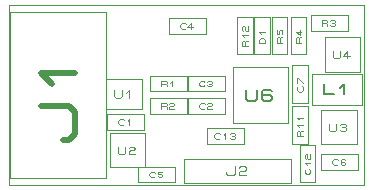
<source format=gbr>
G04 PROTEUS GERBER X2 FILE*
%TF.GenerationSoftware,Labcenter,Proteus,8.5-SP0-Build22067*%
%TF.CreationDate,2018-05-23T12:33:45+00:00*%
%TF.FileFunction,AssemblyDrawing,Top*%
%TF.FilePolarity,Positive*%
%TF.Part,Single*%
%FSLAX45Y45*%
%MOMM*%
G01*
%TA.AperFunction,Profile*%
%ADD28C,0.101600*%
%ADD66C,0.470050*%
%TA.AperFunction,Material*%
%ADD73C,0.101600*%
%ADD67C,0.100750*%
%ADD68C,0.079240*%
%ADD69C,0.156720*%
%ADD74C,0.099900*%
%ADD75C,0.138850*%
%ADD76C,0.078740*%
%ADD77C,0.082290*%
%ADD78C,0.120000*%
D28*
X-1490000Y-760000D02*
X+1510000Y-760000D01*
X+1510000Y+760000D01*
X-1490000Y+760000D01*
X-1490000Y-760000D01*
X-1485080Y-705080D02*
X-674920Y-705080D01*
X-674920Y+705080D01*
X-1485080Y+705080D01*
X-1485080Y-705080D01*
D66*
X-1032995Y-376042D02*
X-985989Y-376042D01*
X-938984Y-329037D01*
X-938984Y-141016D01*
X-985989Y-94011D01*
X-1221016Y-94011D01*
X-1127005Y+94010D02*
X-1221016Y+188021D01*
X-938984Y+188021D01*
D73*
X-671750Y-121380D02*
X-369490Y-121380D01*
X-369490Y+140040D01*
X-671750Y+140040D01*
X-671750Y-121380D01*
D67*
X-601222Y+39556D02*
X-601222Y-10821D01*
X-591147Y-20896D01*
X-550846Y-20896D01*
X-540771Y-10821D01*
X-540771Y+39556D01*
X-500470Y+19405D02*
X-480319Y+39556D01*
X-480319Y-20896D01*
D73*
X-300800Y+31420D02*
X+14160Y+31420D01*
X+14160Y+163500D01*
X-300800Y+163500D01*
X-300800Y+31420D01*
D68*
X-206718Y+73685D02*
X-206718Y+121234D01*
X-167095Y+121234D01*
X-159170Y+113309D01*
X-159170Y+105384D01*
X-167095Y+97460D01*
X-206718Y+97460D01*
X-167095Y+97460D02*
X-159170Y+89535D01*
X-159170Y+73685D01*
X-127471Y+105384D02*
X-111621Y+121234D01*
X-111621Y+73685D01*
D73*
X-300800Y-158580D02*
X+14160Y-158580D01*
X+14160Y-26500D01*
X-300800Y-26500D01*
X-300800Y-158580D01*
D68*
X-206718Y-116315D02*
X-206718Y-68766D01*
X-167095Y-68766D01*
X-159170Y-76691D01*
X-159170Y-84616D01*
X-167095Y-92540D01*
X-206718Y-92540D01*
X-167095Y-92540D02*
X-159170Y-100465D01*
X-159170Y-116315D01*
X-135396Y-76691D02*
X-127471Y-68766D01*
X-103697Y-68766D01*
X-95772Y-76691D01*
X-95772Y-84616D01*
X-103697Y-92540D01*
X-127471Y-92540D01*
X-135396Y-100465D01*
X-135396Y-116315D01*
X-95772Y-116315D01*
D73*
X+20320Y-157480D02*
X+335280Y-157480D01*
X+335280Y-25400D01*
X+20320Y-25400D01*
X+20320Y-157480D01*
D68*
X+161950Y-107290D02*
X+154025Y-115215D01*
X+130251Y-115215D01*
X+114402Y-99365D01*
X+114402Y-83516D01*
X+130251Y-67666D01*
X+154025Y-67666D01*
X+161950Y-75591D01*
X+185724Y-75591D02*
X+193649Y-67666D01*
X+217423Y-67666D01*
X+225348Y-75591D01*
X+225348Y-83516D01*
X+217423Y-91440D01*
X+193649Y-91440D01*
X+185724Y-99365D01*
X+185724Y-115215D01*
X+225348Y-115215D01*
D73*
X+19200Y+31420D02*
X+334160Y+31420D01*
X+334160Y+163500D01*
X+19200Y+163500D01*
X+19200Y+31420D01*
D68*
X+160830Y+81610D02*
X+152905Y+73685D01*
X+129131Y+73685D01*
X+113282Y+89535D01*
X+113282Y+105384D01*
X+129131Y+121234D01*
X+152905Y+121234D01*
X+160830Y+113309D01*
X+184604Y+113309D02*
X+192529Y+121234D01*
X+216303Y+121234D01*
X+224228Y+113309D01*
X+224228Y+105384D01*
X+216303Y+97460D01*
X+224228Y+89535D01*
X+224228Y+81610D01*
X+216303Y+73685D01*
X+192529Y+73685D01*
X+184604Y+81610D01*
X+200454Y+97460D02*
X+216303Y+97460D01*
D73*
X+399920Y-235080D02*
X+870080Y-235080D01*
X+870080Y+235080D01*
X+399920Y+235080D01*
X+399920Y-235080D01*
D69*
X+509624Y+47016D02*
X+509624Y-31344D01*
X+525296Y-47016D01*
X+587984Y-47016D01*
X+603656Y-31344D01*
X+603656Y+47016D01*
X+729032Y+31344D02*
X+713360Y+47016D01*
X+666344Y+47016D01*
X+650672Y+31344D01*
X+650672Y-31344D01*
X+666344Y-47016D01*
X+713360Y-47016D01*
X+729032Y-31344D01*
X+729032Y-15672D01*
X+713360Y+0D01*
X+650672Y+0D01*
D73*
X-664160Y-293500D02*
X-349200Y-293500D01*
X-349200Y-161420D01*
X-664160Y-161420D01*
X-664160Y-293500D01*
D68*
X-522530Y-243310D02*
X-530455Y-251235D01*
X-554229Y-251235D01*
X-570078Y-235385D01*
X-570078Y-219536D01*
X-554229Y-203686D01*
X-530455Y-203686D01*
X-522530Y-211611D01*
X-490831Y-219536D02*
X-474981Y-203686D01*
X-474981Y-251235D01*
D73*
X-641750Y-612570D02*
X-339490Y-612570D01*
X-339490Y-323010D01*
X-641750Y-323010D01*
X-641750Y-612570D01*
D67*
X-571222Y-437564D02*
X-571222Y-487941D01*
X-561147Y-498016D01*
X-520846Y-498016D01*
X-510771Y-487941D01*
X-510771Y-437564D01*
X-480545Y-447639D02*
X-470470Y-437564D01*
X-440244Y-437564D01*
X-430169Y-447639D01*
X-430169Y-457715D01*
X-440244Y-467790D01*
X-470470Y-467790D01*
X-480545Y-477865D01*
X-480545Y-498016D01*
X-430169Y-498016D01*
D73*
X-400800Y-738580D02*
X-85840Y-738580D01*
X-85840Y-606500D01*
X-400800Y-606500D01*
X-400800Y-738580D01*
D68*
X-259170Y-688390D02*
X-267095Y-696315D01*
X-290869Y-696315D01*
X-306718Y-680465D01*
X-306718Y-664616D01*
X-290869Y-648766D01*
X-267095Y-648766D01*
X-259170Y-656691D01*
X-195772Y-648766D02*
X-235396Y-648766D01*
X-235396Y-664616D01*
X-203697Y-664616D01*
X-195772Y-672540D01*
X-195772Y-688390D01*
X-203697Y-696315D01*
X-227471Y-696315D01*
X-235396Y-688390D01*
D73*
X+1149200Y-633500D02*
X+1464160Y-633500D01*
X+1464160Y-501420D01*
X+1149200Y-501420D01*
X+1149200Y-633500D01*
D68*
X+1290830Y-583310D02*
X+1282905Y-591235D01*
X+1259131Y-591235D01*
X+1243282Y-575385D01*
X+1243282Y-559536D01*
X+1259131Y-543686D01*
X+1282905Y-543686D01*
X+1290830Y-551611D01*
X+1354228Y-551611D02*
X+1346303Y-543686D01*
X+1322529Y-543686D01*
X+1314604Y-551611D01*
X+1314604Y-583310D01*
X+1322529Y-591235D01*
X+1346303Y-591235D01*
X+1354228Y-583310D01*
X+1354228Y-575385D01*
X+1346303Y-567460D01*
X+1314604Y-567460D01*
D73*
X+1146330Y-416050D02*
X+1448590Y-416050D01*
X+1448590Y-126490D01*
X+1146330Y-126490D01*
X+1146330Y-416050D01*
D67*
X+1216858Y-241044D02*
X+1216858Y-291421D01*
X+1226933Y-301496D01*
X+1267234Y-301496D01*
X+1277309Y-291421D01*
X+1277309Y-241044D01*
X+1307535Y-251119D02*
X+1317610Y-241044D01*
X+1347836Y-241044D01*
X+1357911Y-251119D01*
X+1357911Y-261195D01*
X+1347836Y-271270D01*
X+1357911Y-281345D01*
X+1357911Y-291421D01*
X+1347836Y-301496D01*
X+1317610Y-301496D01*
X+1307535Y-291421D01*
X+1327685Y-271270D02*
X+1347836Y-271270D01*
D73*
X+1180140Y+198700D02*
X+1479860Y+198700D01*
X+1479860Y+490800D01*
X+1180140Y+490800D01*
X+1180140Y+198700D01*
D74*
X+1250076Y+374721D02*
X+1250076Y+324768D01*
X+1260066Y+314778D01*
X+1300028Y+314778D01*
X+1310019Y+324768D01*
X+1310019Y+374721D01*
X+1389943Y+334759D02*
X+1330000Y+334759D01*
X+1369962Y+374721D01*
X+1369962Y+314778D01*
D73*
X+1074240Y-82080D02*
X+1490800Y-82080D01*
X+1490800Y+182080D01*
X+1074240Y+182080D01*
X+1074240Y-82080D01*
D75*
X+1171438Y+91656D02*
X+1171438Y+8344D01*
X+1254749Y+8344D01*
X+1310290Y+63885D02*
X+1338061Y+91656D01*
X+1338061Y+8344D01*
D73*
X+901420Y-64160D02*
X+1033500Y-64160D01*
X+1033500Y+250800D01*
X+901420Y+250800D01*
X+901420Y-64160D01*
D68*
X+983310Y+77470D02*
X+991235Y+69545D01*
X+991235Y+45771D01*
X+975385Y+29922D01*
X+959536Y+29922D01*
X+943686Y+45771D01*
X+943686Y+69545D01*
X+951611Y+77470D01*
X+943686Y+101244D02*
X+943686Y+140868D01*
X+951611Y+140868D01*
X+991235Y+101244D01*
D73*
X+1059200Y+546500D02*
X+1374160Y+546500D01*
X+1374160Y+678580D01*
X+1059200Y+678580D01*
X+1059200Y+546500D01*
D68*
X+1153282Y+588765D02*
X+1153282Y+636314D01*
X+1192905Y+636314D01*
X+1200830Y+628389D01*
X+1200830Y+620464D01*
X+1192905Y+612540D01*
X+1153282Y+612540D01*
X+1192905Y+612540D02*
X+1200830Y+604615D01*
X+1200830Y+588765D01*
X+1224604Y+628389D02*
X+1232529Y+636314D01*
X+1256303Y+636314D01*
X+1264228Y+628389D01*
X+1264228Y+620464D01*
X+1256303Y+612540D01*
X+1264228Y+604615D01*
X+1264228Y+596690D01*
X+1256303Y+588765D01*
X+1232529Y+588765D01*
X+1224604Y+596690D01*
X+1240454Y+612540D02*
X+1256303Y+612540D01*
D73*
X+891420Y+349200D02*
X+1023500Y+349200D01*
X+1023500Y+664160D01*
X+891420Y+664160D01*
X+891420Y+349200D01*
D68*
X+981235Y+443282D02*
X+933686Y+443282D01*
X+933686Y+482905D01*
X+941611Y+490830D01*
X+949536Y+490830D01*
X+957460Y+482905D01*
X+957460Y+443282D01*
X+957460Y+482905D02*
X+965385Y+490830D01*
X+981235Y+490830D01*
X+965385Y+554228D02*
X+965385Y+506680D01*
X+933686Y+538379D01*
X+981235Y+538379D01*
D73*
X+731420Y+349200D02*
X+863500Y+349200D01*
X+863500Y+664160D01*
X+731420Y+664160D01*
X+731420Y+349200D01*
D68*
X+821235Y+443282D02*
X+773686Y+443282D01*
X+773686Y+482905D01*
X+781611Y+490830D01*
X+789536Y+490830D01*
X+797460Y+482905D01*
X+797460Y+443282D01*
X+797460Y+482905D02*
X+805385Y+490830D01*
X+821235Y+490830D01*
X+773686Y+554228D02*
X+773686Y+514604D01*
X+789536Y+514604D01*
X+789536Y+546303D01*
X+797460Y+554228D01*
X+813310Y+554228D01*
X+821235Y+546303D01*
X+821235Y+522529D01*
X+813310Y+514604D01*
D73*
X+180340Y-413500D02*
X+495300Y-413500D01*
X+495300Y-281420D01*
X+180340Y-281420D01*
X+180340Y-413500D01*
D76*
X+290576Y-363208D02*
X+282702Y-371082D01*
X+259080Y-371082D01*
X+243332Y-355334D01*
X+243332Y-339586D01*
X+259080Y-323838D01*
X+282702Y-323838D01*
X+290576Y-331712D01*
X+322072Y-339586D02*
X+337820Y-323838D01*
X+337820Y-371082D01*
X+377190Y-331712D02*
X+385064Y-323838D01*
X+408686Y-323838D01*
X+416560Y-331712D01*
X+416560Y-339586D01*
X+408686Y-347460D01*
X+416560Y-355334D01*
X+416560Y-363208D01*
X+408686Y-371082D01*
X+385064Y-371082D01*
X+377190Y-363208D01*
X+392938Y-347460D02*
X+408686Y-347460D01*
D73*
X+581420Y+345840D02*
X+718580Y+345840D01*
X+718580Y+660800D01*
X+581420Y+660800D01*
X+581420Y+345840D01*
D77*
X+674689Y+437484D02*
X+625312Y+437484D01*
X+625312Y+470402D01*
X+641771Y+486861D01*
X+658230Y+486861D01*
X+674689Y+470402D01*
X+674689Y+437484D01*
X+641771Y+519779D02*
X+625312Y+536238D01*
X+674689Y+536238D01*
D73*
X+436500Y+349200D02*
X+568580Y+349200D01*
X+568580Y+664160D01*
X+436500Y+664160D01*
X+436500Y+349200D01*
D76*
X+526162Y+412192D02*
X+478918Y+412192D01*
X+478918Y+451562D01*
X+486792Y+459436D01*
X+494666Y+459436D01*
X+502540Y+451562D01*
X+502540Y+412192D01*
X+502540Y+451562D02*
X+510414Y+459436D01*
X+526162Y+459436D01*
X+494666Y+490932D02*
X+478918Y+506680D01*
X+526162Y+506680D01*
X+486792Y+546050D02*
X+478918Y+553924D01*
X+478918Y+577546D01*
X+486792Y+585420D01*
X+494666Y+585420D01*
X+502540Y+577546D01*
X+502540Y+553924D01*
X+510414Y+546050D01*
X+526162Y+546050D01*
X+526162Y+585420D01*
D73*
X-140800Y+521420D02*
X+174160Y+521420D01*
X+174160Y+653500D01*
X-140800Y+653500D01*
X-140800Y+521420D01*
D68*
X+830Y+571610D02*
X-7095Y+563685D01*
X-30869Y+563685D01*
X-46718Y+579535D01*
X-46718Y+595384D01*
X-30869Y+611234D01*
X-7095Y+611234D01*
X+830Y+603309D01*
X+64228Y+579535D02*
X+16680Y+579535D01*
X+48379Y+611234D01*
X+48379Y+563685D01*
D73*
X+966500Y-734160D02*
X+1098580Y-734160D01*
X+1098580Y-419200D01*
X+966500Y-419200D01*
X+966500Y-734160D01*
D76*
X+1048288Y-623924D02*
X+1056162Y-631798D01*
X+1056162Y-655420D01*
X+1040414Y-671168D01*
X+1024666Y-671168D01*
X+1008918Y-655420D01*
X+1008918Y-631798D01*
X+1016792Y-623924D01*
X+1024666Y-592428D02*
X+1008918Y-576680D01*
X+1056162Y-576680D01*
X+1016792Y-537310D02*
X+1008918Y-529436D01*
X+1008918Y-505814D01*
X+1016792Y-497940D01*
X+1024666Y-497940D01*
X+1032540Y-505814D01*
X+1032540Y-529436D01*
X+1040414Y-537310D01*
X+1056162Y-537310D01*
X+1056162Y-497940D01*
D73*
X+901420Y-410800D02*
X+1033500Y-410800D01*
X+1033500Y-95840D01*
X+901420Y-95840D01*
X+901420Y-410800D01*
D76*
X+991082Y-347808D02*
X+943838Y-347808D01*
X+943838Y-308438D01*
X+951712Y-300564D01*
X+959586Y-300564D01*
X+967460Y-308438D01*
X+967460Y-347808D01*
X+967460Y-308438D02*
X+975334Y-300564D01*
X+991082Y-300564D01*
X+959586Y-269068D02*
X+943838Y-253320D01*
X+991082Y-253320D01*
X+959586Y-206076D02*
X+943838Y-190328D01*
X+991082Y-190328D01*
D73*
X-15000Y-740000D02*
X+895000Y-740000D01*
X+895000Y-540000D01*
X-15000Y-540000D01*
X-15000Y-740000D01*
D78*
X+344000Y-652000D02*
X+344000Y-664000D01*
X+356000Y-676000D01*
X+404000Y-676000D01*
X+416000Y-664000D01*
X+416000Y-604000D01*
X+452000Y-616000D02*
X+464000Y-604000D01*
X+500000Y-604000D01*
X+512000Y-616000D01*
X+512000Y-628000D01*
X+500000Y-640000D01*
X+464000Y-640000D01*
X+452000Y-652000D01*
X+452000Y-676000D01*
X+512000Y-676000D01*
M02*

</source>
